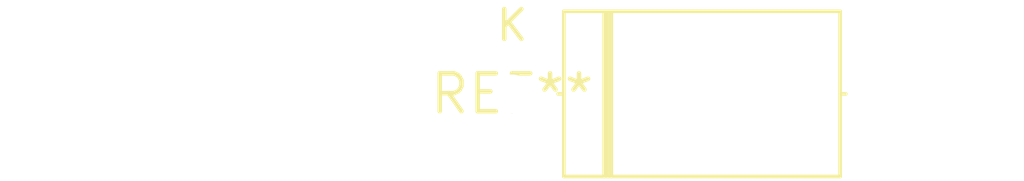
<source format=kicad_pcb>
(kicad_pcb (version 20240108) (generator pcbnew)
  (layers (0 "F.Cu" signal) (31 "B.Cu" signal) (34 "B.Paste" user) (35 "F.Paste" user) (36 "B.SilkS" user "B.Silkscreen") (37 "F.SilkS" user "F.Silkscreen") (38 "B.Mask" user) (39 "F.Mask" user) (44 "Edge.Cuts" user))
  (net 0 "")
  (footprint "D_DO-201AE_P12.70mm_Horizontal" (layer "F.Cu") (at 0 0)
    (property "Reference" "REF**")
    (property "Value" "D_DO-201AE_P12.70mm_Horizontal")
    (fp_line (start 1.54 0) (end 1.73 0) (layer "F.SilkS") (stroke (width 0.12)))
    (fp_line (start 1.73 -2.77) (end 1.73 2.77) (layer "F.SilkS") (stroke (width 0.12)))
    (fp_line (start 1.73 2.77) (end 10.97 2.77) (layer "F.SilkS") (stroke (width 0.12)))
    (fp_line (start 3.08 -2.77) (end 3.08 2.77) (layer "F.SilkS") (stroke (width 0.12)))
    (fp_line (start 3.2 -2.77) (end 3.2 2.77) (layer "F.SilkS") (stroke (width 0.12)))
    (fp_line (start 3.32 -2.77) (end 3.32 2.77) (layer "F.SilkS") (stroke (width 0.12)))
    (fp_line (start 10.97 -2.77) (end 1.73 -2.77) (layer "F.SilkS") (stroke (width 0.12)))
    (fp_line (start 10.97 2.77) (end 10.97 -2.77) (layer "F.SilkS") (stroke (width 0.12)))
    (fp_line (start 11.16 0) (end 10.97 0) (layer "F.SilkS") (stroke (width 0.12)))
    (fp_text user "K" (at 0 -2.3 0) (layer "F.SilkS"))
    (pad "1" thru_hole rect (at 0 0) (size 2.6 2.6) (drill 1.3) (layers *.Cu *.Mask) (remove_unused_layers))
    (pad "2" thru_hole oval (at 12.7 0) (size 2.6 2.6) (drill 1.3) (layers *.Cu *.Mask) (remove_unused_layers))
  )
)
</source>
